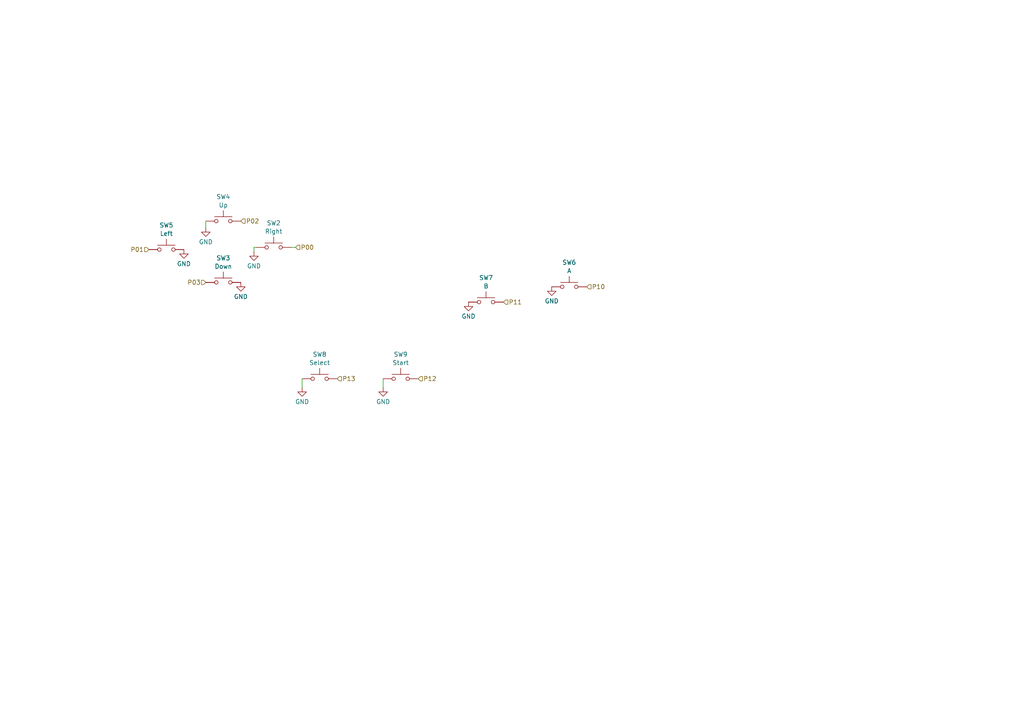
<source format=kicad_sch>
(kicad_sch (version 20230121) (generator eeschema)
  (paper "A4")
  (title_block (title "CGB Reverse Engineer") (company "NatalieTheNerd.com"))
  (lib_symbols
    (symbol "Switch:SW_Push" (pin_numbers hide) (pin_names (offset 1.016) hide)
      (property "Reference" "SW" (at 1.27 2.54 0))
      (property "Value" "SW_Push" (at 0 -1.524 0))
      (symbol "SW_Push_0_1"
        (circle (center -2.032 0) (radius 0.508))
        (polyline (pts (xy 0 1.27) (xy 0 3.048)))
        (polyline (pts (xy 2.54 1.27) (xy -2.54 1.27)))
        (circle (center 2.032 0) (radius 0.508))
        (pin passive line (at -5.08 0 0) (length 2.54) (name "1") (number "1"))
        (pin passive line (at 5.08 0 180) (length 2.54) (name "2") (number "2"))
      )
    )
    (symbol "power:GND" (power) (pin_names (offset 0))
      (property "Value" "GND" (at 0 -3.81 0))
      (symbol "GND_0_1"
        (polyline (pts (xy 0 0) (xy 0 -1.27) (xy 1.27 -1.27) (xy 0 -2.54) (xy -1.27 -1.27) (xy 0 -1.27)))
      )
      (symbol "GND_1_1"
        (pin power_in line (at 0 0 270) (length 0) hide (name "GND") (number "1"))
      )
    )
  )
  (wire (pts (xy 111.125 112.395) (xy 111.125 109.855)))
  (wire (pts (xy 73.66 73.025) (xy 73.66 71.755)))
  (wire (pts (xy 73.66 71.755) (xy 74.295 71.755)))
  (wire (pts (xy 87.63 112.395) (xy 87.63 109.855)))
  (wire (pts (xy 59.69 66.04) (xy 59.69 64.135)))
  (wire (pts (xy 85.725 71.755) (xy 84.455 71.755)))
  (hierarchical_label "P13" (shape input) (at 97.79 109.855 0))
  (hierarchical_label "P00" (shape input) (at 85.725 71.755 0))
  (hierarchical_label "P12" (shape input) (at 121.285 109.855 0))
  (hierarchical_label "P10" (shape input) (at 170.18 83.185 0))
  (hierarchical_label "P01" (shape input) (at 43.18 72.39 180))
  (hierarchical_label "P03" (shape input) (at 59.69 81.915 180))
  (hierarchical_label "P02" (shape input) (at 69.85 64.135 0))
  (hierarchical_label "P11" (shape input) (at 146.05 87.63 0))
  (symbol (lib_id "Switch:SW_Push") (at 79.375 71.755 0) (unit 1)
    (property "Reference" "SW2" (at 79.375 64.6897 0))
    (property "Value" "Right" (at 79.375 67.1139 0))
    (property "Footprint" "CGB:Dpad CGB" (effects hide))
  )
  (symbol (lib_id "power:GND") (at 59.69 66.04 0) (unit 1)
    (property "Reference" "#PWR069" (effects hide))
    (property "Value" "GND" (at 59.69 70.1731 0))
  )
  (symbol (lib_id "power:GND") (at 53.34 72.39 0) (unit 1)
    (property "Reference" "#PWR067" (effects hide))
    (property "Value" "GND" (at 53.34 76.5231 0))
  )
  (symbol (lib_id "power:GND") (at 73.66 73.025 0) (unit 1)
    (property "Reference" "#PWR070" (effects hide))
    (property "Value" "GND" (at 73.66 77.1581 0))
  )
  (symbol (lib_id "power:GND") (at 135.89 87.63 0) (unit 1)
    (property "Reference" "#PWR073" (effects hide))
    (property "Value" "GND" (at 135.89 91.7631 0))
  )
  (symbol (lib_id "Switch:SW_Push") (at 64.77 81.915 0) (unit 1)
    (property "Reference" "SW3" (at 64.77 74.8497 0))
    (property "Value" "Down" (at 64.77 77.2739 0))
    (property "Footprint" "CGB:Dpad CGB" (effects hide))
  )
  (symbol (lib_id "power:GND") (at 111.125 112.395 0) (unit 1)
    (property "Reference" "#PWR072" (effects hide))
    (property "Value" "GND" (at 111.125 116.5281 0))
  )
  (symbol (lib_id "power:GND") (at 69.85 81.915 0) (unit 1)
    (property "Reference" "#PWR068" (effects hide))
    (property "Value" "GND" (at 69.85 86.0481 0))
  )
  (symbol (lib_id "Switch:SW_Push") (at 165.1 83.185 0) (unit 1)
    (property "Reference" "SW6" (at 165.1 76.1197 0))
    (property "Value" "A" (at 165.1 78.5439 0))
    (property "Footprint" "CGB:AB CGB" (effects hide))
  )
  (symbol (lib_id "Switch:SW_Push") (at 64.77 64.135 0) (unit 1)
    (property "Reference" "SW4" (at 64.77 57.0697 0))
    (property "Value" "Up" (at 64.77 59.4939 0))
    (property "Footprint" "CGB:Dpad CGB" (effects hide))
  )
  (symbol (lib_id "Switch:SW_Push") (at 140.97 87.63 0) (unit 1)
    (property "Reference" "SW7" (at 140.97 80.5647 0))
    (property "Value" "B" (at 140.97 82.9889 0))
    (property "Footprint" "CGB:AB CGB" (effects hide))
  )
  (symbol (lib_id "Switch:SW_Push") (at 116.205 109.855 0) (unit 1)
    (property "Reference" "SW9" (at 116.205 102.7897 0))
    (property "Value" "Start" (at 116.205 105.2139 0))
    (property "Footprint" "CGB:Start CGB" (effects hide))
  )
  (symbol (lib_id "power:GND") (at 87.63 112.395 0) (unit 1)
    (property "Reference" "#PWR071" (effects hide))
    (property "Value" "GND" (at 87.63 116.5281 0))
  )
  (symbol (lib_id "power:GND") (at 160.02 83.185 0) (unit 1)
    (property "Reference" "#PWR074" (effects hide))
    (property "Value" "GND" (at 160.02 87.3181 0))
  )
  (symbol (lib_id "Switch:SW_Push") (at 92.71 109.855 0) (unit 1)
    (property "Reference" "SW8" (at 92.71 102.7897 0))
    (property "Value" "Select" (at 92.71 105.2139 0))
    (property "Footprint" "CGB:Select CGB" (effects hide))
  )
  (symbol (lib_id "Switch:SW_Push") (at 48.26 72.39 0) (unit 1)
    (property "Reference" "SW5" (at 48.26 65.3247 0))
    (property "Value" "Left" (at 48.26 67.7489 0))
    (property "Footprint" "CGB:Dpad CGB" (effects hide))
  )
)
</source>
